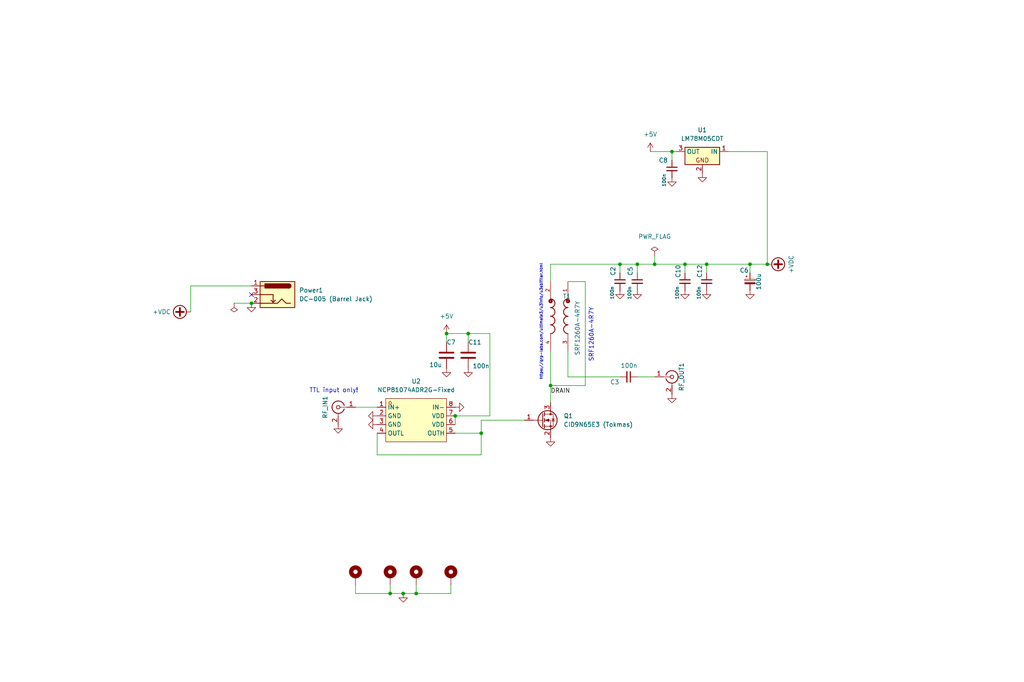
<source format=kicad_sch>
(kicad_sch (version 20250114) (generator "eeschema") (generator_version "9.0")
  (paper "User" 299.999 200)
  (title_block (title "GSD Single-Ended Hack Amp (SMD)") (date "2025-05-15") (rev "v4.01") (company "Author: Dhiru Kholia (VU3CER), Rafał Rozestwiński, Brad (K1TE)"))
  (lib_symbols
    (symbol "Conn_Coaxial_1" (pin_names (offset 1.016) (hide yes))
      (property "Reference" "J" (at 0.254 3.048 0))
      (property "Value" "Conn_Coaxial" (at 2.921 0 90))
      (symbol "Conn_Coaxial_1_0_1"
        (polyline (pts (xy -2.54 0) (xy -0.508 0)))
        (arc (start 1.778 0) (mid 0.222 -1.8079) (end -1.778 -0.508) (stroke (width 0.254)))
        (arc (start -1.778 0.508) (mid 0.2221 1.8084) (end 1.778 0) (stroke (width 0.254)))
        (circle (center 0 0) (radius 0.508) (stroke (width 0.2032)))
        (polyline (pts (xy 0 -2.54) (xy 0 -1.778)))
      )
      (symbol "Conn_Coaxial_1_1_1"
        (pin passive line (at -5.08 0 0) (length 2.54) (name "In") (number "1"))
        (pin passive line (at 0 -5.08 90) (length 2.54) (name "Ext") (number "2"))
      )
    )
    (symbol "Connector:Barrel_Jack_Switch" (pin_names (hide yes))
      (property "Reference" "J" (at 0 5.334 0))
      (property "Value" "Barrel_Jack_Switch" (at 0 -5.08 0))
      (symbol "Barrel_Jack_Switch_0_1"
        (rectangle (start -5.08 3.81) (end 5.08 -3.81) (stroke (width 0.254)) (fill (type background)))
        (polyline (pts (xy -3.81 -2.54) (xy -2.54 -2.54) (xy -1.27 -1.27) (xy 0 -2.54) (xy 2.54 -2.54) (xy 5.08 -2.54)) (stroke (width 0.254)))
        (arc (start -3.302 1.905) (mid -3.9343 2.54) (end -3.302 3.175) (stroke (width 0.254)))
        (arc (start -3.302 1.905) (mid -3.9343 2.54) (end -3.302 3.175) (stroke (width 0.254)) (fill (type outline)))
        (polyline (pts (xy 1.27 -2.286) (xy 1.905 -1.651)) (stroke (width 0.254)))
        (rectangle (start 3.683 3.175) (end -3.302 1.905) (stroke (width 0.254)) (fill (type outline)))
        (polyline (pts (xy 5.08 2.54) (xy 3.81 2.54)) (stroke (width 0.254)))
        (polyline (pts (xy 5.08 0) (xy 1.27 0) (xy 1.27 -2.286) (xy 0.635 -1.651)) (stroke (width 0.254)))
      )
      (symbol "Barrel_Jack_Switch_1_1"
        (pin passive line (at 7.62 2.54 180) (length 2.54) (name "~") (number "1"))
        (pin passive line (at 7.62 0 180) (length 2.54) (name "~") (number "3"))
        (pin passive line (at 7.62 -2.54 180) (length 2.54) (name "~") (number "2"))
      )
    )
    (symbol "Connector:Conn_Coaxial" (pin_names (offset 1.016) (hide yes))
      (property "Reference" "J" (at 0.254 3.048 0))
      (property "Value" "Conn_Coaxial" (at 2.921 0 90))
      (symbol "Conn_Coaxial_0_1"
        (polyline (pts (xy -2.54 0) (xy -0.508 0)))
        (arc (start 1.778 0) (mid 0.222 -1.8079) (end -1.778 -0.508) (stroke (width 0.254)))
        (arc (start -1.778 0.508) (mid 0.2221 1.8084) (end 1.778 0) (stroke (width 0.254)))
        (circle (center 0 0) (radius 0.508) (stroke (width 0.2032)))
        (polyline (pts (xy 0 -2.54) (xy 0 -1.778)))
      )
      (symbol "Conn_Coaxial_1_1"
        (pin passive line (at -5.08 0 0) (length 2.54) (name "In") (number "1"))
        (pin passive line (at 0 -5.08 90) (length 2.54) (name "Ext") (number "2"))
      )
    )
    (symbol "Device:C" (pin_numbers (hide yes)) (pin_names (offset 0.254))
      (property "Reference" "C" (at 0.635 2.54 0))
      (property "Value" "C" (at 0.635 -2.54 0))
      (symbol "C_0_1"
        (polyline (pts (xy -2.032 0.762) (xy 2.032 0.762)) (stroke (width 0.508)))
        (polyline (pts (xy -2.032 -0.762) (xy 2.032 -0.762)) (stroke (width 0.508)))
      )
      (symbol "C_1_1"
        (pin passive line (at 0 3.81 270) (length 2.794) (name "~") (number "1"))
        (pin passive line (at 0 -3.81 90) (length 2.794) (name "~") (number "2"))
      )
    )
    (symbol "Device:C_Polarized_Small" (pin_numbers (hide yes)) (pin_names (offset 0.254) (hide yes))
      (property "Reference" "C" (at 0.254 1.778 0))
      (property "Value" "C_Polarized_Small" (at 0.254 -2.032 0))
      (symbol "C_Polarized_Small_0_1"
        (rectangle (start -1.524 0.6858) (end 1.524 0.3048))
        (rectangle (start -1.524 -0.3048) (end 1.524 -0.6858) (fill (type outline)))
        (polyline (pts (xy -1.27 1.524) (xy -0.762 1.524)))
        (polyline (pts (xy -1.016 1.27) (xy -1.016 1.778)))
      )
      (symbol "C_Polarized_Small_1_1"
        (pin passive line (at 0 2.54 270) (length 1.8542) (name "~") (number "1"))
        (pin passive line (at 0 -2.54 90) (length 1.8542) (name "~") (number "2"))
      )
    )
    (symbol "Device:C_Small" (pin_numbers (hide yes)) (pin_names (offset 0.254) (hide yes))
      (property "Reference" "C" (at 0.254 1.778 0))
      (property "Value" "C_Small" (at 0.254 -2.032 0))
      (symbol "C_Small_0_1"
        (polyline (pts (xy -1.524 0.508) (xy 1.524 0.508)) (stroke (width 0.3048)))
        (polyline (pts (xy -1.524 -0.508) (xy 1.524 -0.508)) (stroke (width 0.3302)))
      )
      (symbol "C_Small_1_1"
        (pin passive line (at 0 2.54 270) (length 2.032) (name "~") (number "1"))
        (pin passive line (at 0 -2.54 90) (length 2.032) (name "~") (number "2"))
      )
    )
    (symbol "Mechanical:MountingHole_Pad" (pin_numbers (hide yes)) (pin_names (offset 1.016) (hide yes))
      (property "Reference" "H" (at 0 6.35 0))
      (property "Value" "MountingHole_Pad" (at 0 4.445 0))
      (symbol "MountingHole_Pad_0_1"
        (circle (center 0 1.27) (radius 1.27) (stroke (width 1.27)))
      )
      (symbol "MountingHole_Pad_1_1"
        (pin input line (at 0 -2.54 90) (length 2.54) (name "1") (number "1"))
      )
    )
    (symbol "PCM_Voltage_Regulator_AKL:LM78M05CDT"
      (property "Reference" "U" (at 0 6.35 0))
      (property "Value" "LM78M05CDT" (at 0 3.81 0))
      (symbol "LM78M05CDT_0_0"
        (rectangle (start -5.08 1.27) (end 5.08 -3.81) (stroke (width 0.254)) (fill (type background)))
        (text "GND" (at 0 -2.54 0) (effects (font (size 1.27 1.27))))
      )
      (symbol "LM78M05CDT_1_1"
        (pin power_in line (at -7.62 0 0) (length 2.54) (name "IN") (number "1"))
        (pin power_in line (at 0 -6.35 90) (length 2.54) (name "~") (number "2"))
        (pin power_out line (at 7.62 0 180) (length 2.54) (name "OUT") (number "3"))
      )
    )
    (symbol "SRF1260A-4R7Y:SRF1260A-4R7Y" (pin_names (offset 1.016))
      (property "Reference" "L" (at -7.631 5.0873 0))
      (property "Value" "SRF1260A-4R7Y" (at -7.6349 -7.6349 0))
      (symbol "SRF1260A-4R7Y_0_0"
        (circle (center -4.445 2.54) (radius 0.127) (stroke (width 0.508)))
        (circle (center -4.445 -2.54) (radius 0.127) (stroke (width 0.508)))
        (arc (start -2.54 2.54) (mid -3.81 1.2755) (end -5.08 2.54) (stroke (width 0.254)))
        (arc (start -5.08 -2.54) (mid -3.81 -1.2755) (end -2.54 -2.54) (stroke (width 0.254)))
        (arc (start 0 2.54) (mid -1.27 1.2755) (end -2.54 2.54) (stroke (width 0.254)))
        (arc (start -2.54 -2.54) (mid -1.27 -1.2755) (end 0 -2.54) (stroke (width 0.254)))
        (arc (start 2.54 2.54) (mid 1.27 1.2755) (end 0 2.54) (stroke (width 0.254)))
        (arc (start 0 -2.54) (mid 1.27 -1.2755) (end 2.54 -2.54) (stroke (width 0.254)))
        (arc (start 5.08 2.54) (mid 3.81 1.2755) (end 2.54 2.54) (stroke (width 0.254)))
        (arc (start 2.54 -2.54) (mid 3.81 -1.2755) (end 5.08 -2.54) (stroke (width 0.254)))
        (pin passive line (at -10.16 2.54 0) (length 5.08) (name "~") (number "1"))
        (pin passive line (at -10.16 -2.54 0) (length 5.08) (name "~") (number "2"))
        (pin passive line (at 10.16 2.54 180) (length 5.08) (name "~") (number "3"))
        (pin passive line (at 10.16 -2.54 180) (length 5.08) (name "~") (number "4"))
      )
    )
    (symbol "Transistor_FET:Q_NMOS_GSD" (pin_names (offset 0) (hide yes))
      (property "Reference" "Q" (at 5.08 1.905 0))
      (property "Value" "Q_NMOS_GSD" (at 5.08 0 0))
      (symbol "Q_NMOS_GSD_0_1"
        (polyline (pts (xy 0.254 1.905) (xy 0.254 -1.905)) (stroke (width 0.254)))
        (polyline (pts (xy 0.254 0) (xy -2.54 0)))
        (polyline (pts (xy 0.762 2.286) (xy 0.762 1.27)) (stroke (width 0.254)))
        (polyline (pts (xy 0.762 0.508) (xy 0.762 -0.508)) (stroke (width 0.254)))
        (polyline (pts (xy 0.762 -1.27) (xy 0.762 -2.286)) (stroke (width 0.254)))
        (polyline (pts (xy 0.762 -1.778) (xy 3.302 -1.778) (xy 3.302 1.778) (xy 0.762 1.778)))
        (polyline (pts (xy 1.016 0) (xy 2.032 0.381) (xy 2.032 -0.381) (xy 1.016 0)) (fill (type outline)))
        (circle (center 1.651 0) (radius 2.794) (stroke (width 0.254)))
        (polyline (pts (xy 2.54 2.54) (xy 2.54 1.778)))
        (circle (center 2.54 1.778) (radius 0.254) (fill (type outline)))
        (circle (center 2.54 -1.778) (radius 0.254) (fill (type outline)))
        (polyline (pts (xy 2.54 -2.54) (xy 2.54 0) (xy 0.762 0)))
        (polyline (pts (xy 2.921 0.381) (xy 3.683 0.381)))
        (polyline (pts (xy 3.302 0.381) (xy 2.921 -0.254) (xy 3.683 -0.254) (xy 3.302 0.381)))
      )
      (symbol "Q_NMOS_GSD_1_1"
        (pin input line (at -5.08 0 0) (length 2.54) (name "G") (number "1"))
        (pin passive line (at 2.54 5.08 270) (length 2.54) (name "D") (number "3"))
        (pin passive line (at 2.54 -5.08 90) (length 2.54) (name "S") (number "2"))
      )
    )
    (symbol "easyeda2kicad:NCP81074ADR2G-Fixed"
      (property "Reference" "U2" (at 0 11.43 0))
      (property "Value" "NCP81074ADR2G-Fixed" (at 0 8.89 0))
      (symbol "NCP81074ADR2G-Fixed_0_1"
        (rectangle (start -8.89 6.35) (end 8.89 -6.35) (fill (type background)))
        (circle (center -7.62 5.08) (radius 0.38))
      )
      (symbol "NCP81074ADR2G-Fixed_1_1"
        (pin input line (at -11.43 3.81 0) (length 2.54) (name "IN+") (number "1"))
        (pin power_in line (at -11.43 1.27 0) (length 2.54) (name "GND") (number "2"))
        (pin power_in line (at -11.43 -1.27 0) (length 2.54) (name "GND") (number "3"))
        (pin passive line (at -11.43 -3.81 0) (length 2.54) (name "OUTL") (number "4"))
        (pin passive line (at 11.43 3.81 180) (length 2.54) (name "IN-") (number "8"))
        (pin power_in line (at 11.43 1.27 180) (length 2.54) (name "VDD") (number "7"))
        (pin power_in line (at 11.43 -1.27 180) (length 2.54) (name "VDD") (number "6"))
        (pin output line (at 11.43 -3.81 180) (length 2.54) (name "OUTH") (number "5"))
      )
    )
    (symbol "power:+5V" (power) (pin_numbers (hide yes)) (pin_names (offset 0) (hide yes))
      (property "Value" "+5V" (at 0 3.556 0))
      (symbol "+5V_0_1"
        (polyline (pts (xy -0.762 1.27) (xy 0 2.54)))
        (polyline (pts (xy 0 2.54) (xy 0.762 1.27)))
        (polyline (pts (xy 0 0) (xy 0 2.54)))
      )
      (symbol "+5V_1_1"
        (pin power_in line (at 0 0 90) (length 0) (name "~") (number "1"))
      )
    )
    (symbol "power:+VDC" (power) (pin_numbers (hide yes)) (pin_names (offset 0) (hide yes))
      (property "Value" "+VDC" (at 0 6.35 0))
      (symbol "+VDC_0_1"
        (polyline (pts (xy -1.143 3.175) (xy 1.143 3.175)) (stroke (width 0.508)))
        (circle (center 0 3.175) (radius 1.905) (stroke (width 0.254)))
        (polyline (pts (xy 0 2.032) (xy 0 4.318)) (stroke (width 0.508)))
        (polyline (pts (xy 0 0) (xy 0 1.27)))
      )
      (symbol "+VDC_1_1"
        (pin power_in line (at 0 0 90) (length 0) (name "~") (number "1"))
      )
    )
    (symbol "power:GND" (power) (pin_numbers (hide yes)) (pin_names (offset 0) (hide yes))
      (property "Value" "GND" (at 0 -3.81 0))
      (symbol "GND_0_1"
        (polyline (pts (xy 0 0) (xy 0 -1.27) (xy 1.27 -1.27) (xy 0 -2.54) (xy -1.27 -1.27) (xy 0 -1.27)))
      )
      (symbol "GND_1_1"
        (pin power_in line (at 0 0 270) (length 0) (name "~") (number "1"))
      )
    )
    (symbol "power:PWR_FLAG" (power) (pin_numbers (hide yes)) (pin_names (offset 0) (hide yes))
      (property "Value" "PWR_FLAG" (at 0 3.81 0))
      (symbol "PWR_FLAG_0_0"
        (pin power_out line (at 0 0 90) (length 0) (name "~") (number "1"))
      )
      (symbol "PWR_FLAG_0_1"
        (polyline (pts (xy 0 0) (xy 0 1.27) (xy -1.016 1.905) (xy 0 2.54) (xy 1.016 1.905) (xy 0 1.27)))
      )
    )
  )
  (text "https://qrp-labs.com/ultimate3/u3info/u3sbifilar.html" (at 159.004 111.506 90) (effects (font (size 0.8 0.8)) (justify left bottom)))
  (text "SRF1260A-4R7Y" (at 173.99 106.172 90) (effects (font (size 1.27 1.27)) (justify left bottom)))
  (text "TTL input only!" (at 97.79 114.554 0) (effects (font (size 1.27 1.27))))
  (junction (at 137.16 97.79))
  (junction (at 200.66 77.47))
  (junction (at 73.66 88.9))
  (junction (at 140.97 127))
  (junction (at 133.35 121.92))
  (junction (at 186.69 77.47))
  (junction (at 114.3 173.99))
  (junction (at 121.92 173.99))
  (junction (at 181.61 77.47))
  (junction (at 161.29 113.03))
  (junction (at 219.71 77.47))
  (junction (at 118.11 173.99))
  (junction (at 191.77 77.47))
  (junction (at 207.01 77.47))
  (junction (at 196.85 44.45))
  (junction (at 130.81 97.79))
  (junction (at 224.79 77.47))
  (no_connect (at 73.66 86.36))
  (wire (pts (xy 186.69 77.47) (xy 191.77 77.47)))
  (wire (pts (xy 132.08 173.99) (xy 132.08 171.45)))
  (wire (pts (xy 130.81 97.79) (xy 137.16 97.79)))
  (wire (pts (xy 137.16 97.79) (xy 137.16 100.33)))
  (wire (pts (xy 166.37 102.87) (xy 166.37 110.49)))
  (wire (pts (xy 181.61 77.47) (xy 186.69 77.47)))
  (wire (pts (xy 55.88 83.82) (xy 55.88 91.44)))
  (wire (pts (xy 140.97 123.19) (xy 140.97 127)))
  (wire (pts (xy 224.79 44.45) (xy 224.79 77.47)))
  (wire (pts (xy 130.81 97.79) (xy 130.81 100.33)))
  (wire (pts (xy 55.88 83.82) (xy 73.66 83.82)))
  (wire (pts (xy 186.69 110.49) (xy 191.77 110.49)))
  (wire (pts (xy 200.66 77.47) (xy 200.66 80.01)))
  (wire (pts (xy 133.35 127) (xy 140.97 127)))
  (wire (pts (xy 110.49 127) (xy 110.49 133.35)))
  (wire (pts (xy 104.14 119.38) (xy 110.49 119.38)))
  (wire (pts (xy 104.14 173.99) (xy 114.3 173.99)))
  (wire (pts (xy 219.71 77.47) (xy 219.71 80.01)))
  (wire (pts (xy 191.77 77.47) (xy 200.66 77.47)))
  (wire (pts (xy 186.69 77.47) (xy 186.69 80.01)))
  (wire (pts (xy 166.37 110.49) (xy 181.61 110.49)))
  (wire (pts (xy 140.97 127) (xy 140.97 133.35)))
  (wire (pts (xy 114.3 171.45) (xy 114.3 173.99)))
  (wire (pts (xy 207.01 77.47) (xy 219.71 77.47)))
  (wire (pts (xy 166.37 82.55) (xy 171.45 82.55)))
  (wire (pts (xy 196.85 44.45) (xy 198.12 44.45)))
  (wire (pts (xy 161.29 102.87) (xy 161.29 113.03)))
  (wire (pts (xy 104.14 171.45) (xy 104.14 173.99)))
  (wire (pts (xy 143.51 97.79) (xy 143.51 121.92)))
  (wire (pts (xy 140.97 123.19) (xy 153.67 123.19)))
  (wire (pts (xy 161.29 113.03) (xy 171.45 113.03)))
  (wire (pts (xy 143.51 121.92) (xy 133.35 121.92)))
  (wire (pts (xy 207.01 77.47) (xy 207.01 80.01)))
  (wire (pts (xy 161.29 113.03) (xy 161.29 118.11)))
  (wire (pts (xy 68.58 88.9) (xy 73.66 88.9)))
  (wire (pts (xy 196.85 44.45) (xy 196.85 46.99)))
  (wire (pts (xy 110.49 133.35) (xy 140.97 133.35)))
  (wire (pts (xy 118.11 173.99) (xy 121.92 173.99)))
  (wire (pts (xy 121.92 173.99) (xy 132.08 173.99)))
  (wire (pts (xy 191.77 74.93) (xy 191.77 77.47)))
  (wire (pts (xy 161.29 77.47) (xy 181.61 77.47)))
  (wire (pts (xy 181.61 77.47) (xy 181.61 80.01)))
  (wire (pts (xy 219.71 77.47) (xy 224.79 77.47)))
  (wire (pts (xy 114.3 173.99) (xy 118.11 173.99)))
  (wire (pts (xy 133.35 121.92) (xy 133.35 124.46)))
  (wire (pts (xy 200.66 77.47) (xy 207.01 77.47)))
  (wire (pts (xy 161.29 82.55) (xy 161.29 77.47)))
  (wire (pts (xy 190.5 44.45) (xy 196.85 44.45)))
  (wire (pts (xy 171.45 82.55) (xy 171.45 113.03)))
  (wire (pts (xy 213.36 44.45) (xy 224.79 44.45)))
  (wire (pts (xy 137.16 97.79) (xy 143.51 97.79)))
  (wire (pts (xy 121.92 171.45) (xy 121.92 173.99)))
  (label "DRAIN" (at 161.29 115.57 0))
  (symbol (lib_id "power:+VDC") (at 55.88 91.44 90) (unit 1)
    (property "Reference" "#PWR0110" (effects (hide yes)))
    (property "Value" "+VDC" (at 50.0634 91.44 90) (effects (justify left)))
    (property "Description" "Power symbol creates a global label with name \"+VDC\"" (effects (hide yes)))
  )
  (symbol (lib_id "power:GND") (at 186.69 85.09 0) (unit 1)
    (property "Reference" "#PWR012" (effects (hide yes)))
    (property "Value" "GND" (effects (hide yes)))
  )
  (symbol (lib_id "power:GND") (at 99.06 124.46 0) (unit 1)
    (property "Reference" "#PWR021" (effects (hide yes)))
    (property "Value" "GND" (effects (hide yes)))
    (property "Description" "Power symbol creates a global label with name \"GND\" , ground" (effects (hide yes)))
  )
  (symbol (lib_id "power:GND") (at 181.61 85.09 0) (unit 1)
    (property "Reference" "#PWR05" (effects (hide yes)))
    (property "Value" "GND" (effects (hide yes)))
  )
  (symbol (lib_id "power:+VDC") (at 224.79 77.47 270) (unit 1)
    (property "Reference" "#PWR018" (effects (hide yes)))
    (property "Value" "+VDC" (at 231.775 77.47 0))
    (property "Description" "Power symbol creates a global label with name \"+VDC\"" (effects (hide yes)))
  )
  (symbol (lib_id "Device:C_Small") (at 181.61 82.55 0) (unit 1)
    (property "Reference" "C2" (at 179.578 79.502 90))
    (property "Value" "100n" (at 179.324 85.852 90) (effects (font (size 0.9906 0.9906))))
    (property "Footprint" "Capacitor_SMD:C_1206_3216Metric_Pad1.33x1.80mm_HandSolder" (effects (hide yes)))
    (property "LCSC Part" "C24783" (effects (hide yes)))
  )
  (symbol (lib_id "power:GND") (at 207.01 85.09 0) (unit 1)
    (property "Reference" "#PWR017" (effects (hide yes)))
    (property "Value" "GND" (effects (hide yes)))
  )
  (symbol (lib_id "power:GND") (at 196.85 52.07 0) (unit 1)
    (property "Reference" "#PWR07" (effects (hide yes)))
    (property "Value" "GND" (effects (hide yes)))
    (property "Description" "Power symbol creates a global label with name \"GND\" , ground" (effects (hide yes)))
  )
  (symbol (lib_id "Transistor_FET:Q_NMOS_GSD") (at 158.75 123.19 0) (unit 1)
    (property "Reference" "Q1" (at 165.1 121.9199 0) (effects (justify left)))
    (property "Value" "CID9N65E3 (Tokmas)" (at 165.1 124.4599 0) (effects (justify left)))
    (property "Footprint" "footprints:TO-252-2_L6.6-W6.1-P4.57-LS9.9-BR-CW" (effects (hide yes)))
    (property "Description" "N-MOSFET transistor, gate/source/drain" (effects (hide yes)))
  )
  (symbol (lib_id "power:GND") (at 196.85 115.57 0) (mirror y) (unit 1)
    (property "Reference" "#PWR04" (effects (hide yes)))
    (property "Value" "GND" (effects (hide yes)))
    (property "Description" "Power symbol creates a global label with name \"GND\" , ground" (effects (hide yes)))
  )
  (symbol (lib_id "PCM_Voltage_Regulator_AKL:LM78M05CDT") (at 205.74 44.45 0) (mirror y) (unit 1)
    (property "Reference" "U1" (at 205.74 38.1 0))
    (property "Value" "LM78M05CDT" (at 205.74 40.64 0))
    (property "Footprint" "PCM_Package_TO_SOT_SMD_AKL:TO-252-2" (effects (hide yes)))
    (property "Datasheet" "https://www.ti.com/lit/ds/symlink/lm78m.pdf?ts=1680706716091&ref_url=https%253A%252F%252Fwww.ti.com%252Fproduct%252FLM78M%253FkeyMatch%253DLM78M%2526tisearch%253Dsearch-everything%2526usecase%253DGPN" (effects (hide yes)))
    (property "Description" "TO-252 5V 0.5A 3-terminal voltage regulator, Alternate KiCad Library" (effects (hide yes)))
  )
  (symbol (lib_id "power:GND") (at 73.66 88.9 0) (unit 1)
    (property "Reference" "#PWR019" (effects (hide yes)))
    (property "Value" "GND" (effects (hide yes)))
    (property "Description" "Power symbol creates a global label with name \"GND\" , ground" (effects (hide yes)))
  )
  (symbol (lib_name "Conn_Coaxial_1") (lib_id "Connector:Conn_Coaxial") (at 196.85 110.49 0) (unit 1)
    (property "Reference" "RF_OUT1" (at 199.644 110.49 90))
    (property "Value" "SMA" (effects (hide yes)))
    (property "Footprint" "Connector_Coaxial:SMA_Samtec_SMA-J-P-H-ST-EM1_EdgeMount" (effects (hide yes)))
    (property "Description" "coaxial connector (BNC, SMA, SMB, SMC, Cinch/RCA, LEMO, ...)" (effects (hide yes)))
  )
  (symbol (lib_id "Device:C") (at 137.16 104.14 0) (unit 1)
    (property "Reference" "C11" (at 137.16 100.33 0) (effects (justify left)))
    (property "Value" "100n" (at 138.43 107.315 0) (effects (justify left)))
    (property "Footprint" "Capacitor_SMD:C_1206_3216Metric_Pad1.33x1.80mm_HandSolder" (effects (hide yes)))
    (property "LCSC Part" "C13585" (effects (hide yes)))
  )
  (symbol (lib_id "power:GND") (at 110.49 121.92 270) (unit 1)
    (property "Reference" "#PWR08" (effects (hide yes)))
    (property "Value" "GND" (effects (hide yes)))
    (property "Description" "Power symbol creates a global label with name \"GND\" , ground" (effects (hide yes)))
  )
  (symbol (lib_id "power:GND") (at 133.35 119.38 90) (unit 1)
    (property "Reference" "#PWR010" (effects (hide yes)))
    (property "Value" "GND" (effects (hide yes)))
    (property "Description" "Power symbol creates a global label with name \"GND\" , ground" (effects (hide yes)))
  )
  (symbol (lib_id "Connector:Conn_Coaxial") (at 99.06 119.38 0) (mirror y) (unit 1)
    (property "Reference" "RF_IN1" (at 95.25 119.38 90))
    (property "Value" "SMA" (effects (hide yes)))
    (property "Footprint" "Connector_Coaxial:SMA_Samtec_SMA-J-P-H-ST-EM1_EdgeMount" (effects (hide yes)))
    (property "Description" "coaxial connector (BNC, SMA, SMB, SMC, Cinch/RCA, LEMO, ...)" (effects (hide yes)))
  )
  (symbol (lib_id "power:GND") (at 130.81 107.95 0) (unit 1)
    (property "Reference" "#PWR020" (effects (hide yes)))
    (property "Value" "GND" (effects (hide yes)))
    (property "Description" "Power symbol creates a global label with name \"GND\" , ground" (effects (hide yes)))
  )
  (symbol (lib_id "Mechanical:MountingHole_Pad") (at 121.92 168.91 0) (unit 1)
    (property "Reference" "H3" (effects (hide yes)))
    (property "Value" "MountingHole_Pad" (effects (hide yes)))
    (property "Footprint" "MountingHole:MountingHole_3.2mm_M3_Pad_Via" (effects (hide yes)))
  )
  (symbol (lib_id "Device:C_Polarized_Small") (at 219.71 82.55 0) (unit 1)
    (property "Reference" "C6" (at 216.662 79.248 0) (effects (justify left)))
    (property "Value" "100u" (at 222.25 85.09 90) (effects (justify left)))
    (property "Footprint" "Capacitor_THT:CP_Radial_D8.0mm_P5.00mm" (effects (hide yes)))
  )
  (symbol (lib_id "Mechanical:MountingHole_Pad") (at 114.3 168.91 0) (unit 1)
    (property "Reference" "H2" (effects (hide yes)))
    (property "Value" "MountingHole_Pad" (effects (hide yes)))
    (property "Footprint" "MountingHole:MountingHole_3.2mm_M3_Pad_Via" (effects (hide yes)))
  )
  (symbol (lib_id "power:PWR_FLAG") (at 191.77 74.93 0) (unit 1)
    (property "Reference" "#FLG01" (effects (hide yes)))
    (property "Value" "PWR_FLAG" (at 191.77 69.342 0))
  )
  (symbol (lib_id "Device:C_Small") (at 184.15 110.49 270) (unit 1)
    (property "Reference" "C3" (at 180.086 112.014 90))
    (property "Value" "100n" (at 184.277 107.188 90))
    (property "Footprint" "Capacitor_SMD:C_1206_3216Metric_Pad1.33x1.80mm_HandSolder" (effects (hide yes)))
    (property "LCSC Part" "C110255" (effects (hide yes)))
  )
  (symbol (lib_id "power:GND") (at 137.16 107.95 0) (unit 1)
    (property "Reference" "#PWR022" (effects (hide yes)))
    (property "Value" "GND" (effects (hide yes)))
    (property "Description" "Power symbol creates a global label with name \"GND\" , ground" (effects (hide yes)))
  )
  (symbol (lib_id "power:GND") (at 200.66 85.09 0) (unit 1)
    (property "Reference" "#PWR014" (effects (hide yes)))
    (property "Value" "GND" (effects (hide yes)))
  )
  (symbol (lib_id "SRF1260A-4R7Y:SRF1260A-4R7Y") (at 163.83 92.71 270) (unit 1)
    (property "Reference" "T1" (at 164.846 86.868 90) (effects (justify left)))
    (property "Value" "SRF1260A-4R7Y" (at 169.164 88.138 0) (effects (justify left)))
    (property "Footprint" "footprints:IND_SRF1260A-4R7Y-Longer-Pads" (effects (hide yes)))
    (property "MF" "Bourns" (effects (hide yes)))
    (property "MOUSER-PURCHASE-URL" "https://snapeda.com/shop?store=Mouser&id=1533338" (effects (hide yes)))
    (property "DESCRIPTION" "Shielded 2 Coil Inductor Array 27.2µH Inductance - Connected in Series 6.8µH Inductance - Connected in Parallel 18.6mOhm Max DC Resistance (DCR) - Parallel 6.64A Nonstandard" (effects (hide yes)))
    (property "PACKAGE" "Nonstandard Bourns" (effects (hide yes)))
    (property "PRICE" "None" (effects (hide yes)))
    (property "MP" "SRF1260A-6R8Y" (effects (hide yes)))
    (property "AVAILABILITY" "Warning" (effects (hide yes)))
    (property "LCSC Part" "C3273481" (effects (hide yes)))
  )
  (symbol (lib_id "power:GND") (at 118.11 173.99 0) (unit 1)
    (property "Reference" "#PWR01" (effects (hide yes)))
    (property "Value" "GND" (effects (hide yes)))
    (property "Description" "Power symbol creates a global label with name \"GND\" , ground" (effects (hide yes)))
  )
  (symbol (lib_id "power:PWR_FLAG") (at 68.58 88.9 180) (unit 1)
    (property "Reference" "#FLG03" (effects (hide yes)))
    (property "Value" "PWR_FLAG" (effects (hide yes)))
    (property "Description" "Special symbol for telling ERC where power comes from" (effects (hide yes)))
  )
  (symbol (lib_id "power:+5V") (at 130.81 97.79 0) (unit 1)
    (property "Reference" "#PWR03" (effects (hide yes)))
    (property "Value" "+5V" (at 130.81 92.71 0))
    (property "Description" "Power symbol creates a global label with name \"+5V\"" (effects (hide yes)))
  )
  (symbol (lib_id "power:GND") (at 161.29 128.27 0) (unit 1)
    (property "Reference" "#PWR015" (effects (hide yes)))
    (property "Value" "GND" (effects (hide yes)))
    (property "Description" "Power symbol creates a global label with name \"GND\" , ground" (effects (hide yes)))
  )
  (symbol (lib_id "power:GND") (at 219.71 85.09 0) (unit 1)
    (property "Reference" "#PWR013" (effects (hide yes)))
    (property "Value" "GND" (effects (hide yes)))
  )
  (symbol (lib_id "easyeda2kicad:NCP81074ADR2G-Fixed") (at 121.92 123.19 0) (unit 1)
    (property "Reference" "U2" (at 121.92 111.76 0))
    (property "Value" "NCP81074ADR2G-Fixed" (at 121.92 114.3 0))
    (property "Footprint" "Package_SO:SOIC-8_3.9x4.9mm_P1.27mm" (effects (hide yes)))
    (property "LCSC Part" "C603800" (effects (hide yes)))
  )
  (symbol (lib_id "Device:C") (at 130.81 104.14 0) (unit 1)
    (property "Reference" "C7" (at 130.81 100.33 0) (effects (justify left)))
    (property "Value" "10u" (at 125.73 106.934 0) (effects (justify left)))
    (property "Footprint" "Capacitor_SMD:C_1206_3216Metric_Pad1.33x1.80mm_HandSolder" (effects (hide yes)))
    (property "LCSC Part" "C110255" (effects (hide yes)))
  )
  (symbol (lib_id "Mechanical:MountingHole_Pad") (at 132.08 168.91 0) (mirror y) (unit 1)
    (property "Reference" "H4" (effects (hide yes)))
    (property "Value" "MountingHole_Pad" (effects (hide yes)))
    (property "Footprint" "MountingHole:MountingHole_3.2mm_M3_Pad_Via" (effects (hide yes)))
  )
  (symbol (lib_id "Connector:Barrel_Jack_Switch") (at 81.28 86.36 0) (mirror y) (unit 1)
    (property "Reference" "Power1" (at 87.63 85.0899 0) (effects (justify right)))
    (property "Value" "DC-005 (Barrel Jack)" (at 87.63 87.6299 0) (effects (justify right)))
    (property "Footprint" "footprints:XKB_DC-005-5A-2.0_Modded" (effects (hide yes)))
  )
  (symbol (lib_id "power:GND") (at 205.74 50.8 0) (unit 1)
    (property "Reference" "#PWR06" (effects (hide yes)))
    (property "Value" "GND" (effects (hide yes)))
    (property "Description" "Power symbol creates a global label with name \"GND\" , ground" (effects (hide yes)))
  )
  (symbol (lib_id "Device:C_Small") (at 196.85 49.53 0) (unit 1)
    (property "Reference" "C8" (at 194.31 46.99 0))
    (property "Value" "100n" (at 194.564 52.832 90) (effects (font (size 0.9906 0.9906))))
    (property "Footprint" "Capacitor_SMD:C_1206_3216Metric_Pad1.33x1.80mm_HandSolder" (effects (hide yes)))
    (property "LCSC Part" "C110255" (effects (hide yes)))
  )
  (symbol (lib_id "Device:C_Small") (at 186.69 82.55 0) (unit 1)
    (property "Reference" "C5" (at 184.658 79.502 90))
    (property "Value" "100n" (at 184.404 85.852 90) (effects (font (size 0.9906 0.9906))))
    (property "Footprint" "Capacitor_SMD:C_1206_3216Metric_Pad1.33x1.80mm_HandSolder" (effects (hide yes)))
    (property "LCSC Part" "C55077" (effects (hide yes)))
  )
  (symbol (lib_id "power:+5V") (at 190.5 44.45 0) (unit 1)
    (property "Reference" "#PWR02" (effects (hide yes)))
    (property "Value" "+5V" (at 190.5 39.37 0))
    (property "Description" "Power symbol creates a global label with name \"+5V\"" (effects (hide yes)))
  )
  (symbol (lib_id "Device:C_Small") (at 207.01 82.55 0) (unit 1)
    (property "Reference" "C12" (at 204.978 79.502 90))
    (property "Value" "100n" (at 204.724 85.852 90) (effects (font (size 0.9906 0.9906))))
    (property "Footprint" "Capacitor_SMD:C_1206_3216Metric_Pad1.33x1.80mm_HandSolder" (effects (hide yes)))
    (property "LCSC Part" "C55077" (effects (hide yes)))
  )
  (symbol (lib_id "Mechanical:MountingHole_Pad") (at 104.14 168.91 0) (unit 1)
    (property "Reference" "H1" (effects (hide yes)))
    (property "Value" "MountingHole_Pad" (effects (hide yes)))
    (property "Footprint" "MountingHole:MountingHole_3.2mm_M3_Pad_Via" (effects (hide yes)))
  )
  (symbol (lib_id "Device:C_Small") (at 200.66 82.55 0) (unit 1)
    (property "Reference" "C10" (at 198.628 79.502 90))
    (property "Value" "100n" (at 198.374 85.852 90) (effects (font (size 0.9906 0.9906))))
    (property "Footprint" "Capacitor_SMD:C_1206_3216Metric_Pad1.33x1.80mm_HandSolder" (effects (hide yes)))
    (property "LCSC Part" "C24783" (effects (hide yes)))
  )
  (symbol (lib_id "power:GND") (at 110.49 124.46 270) (unit 1)
    (property "Reference" "#PWR09" (effects (hide yes)))
    (property "Value" "GND" (effects (hide yes)))
    (property "Description" "Power symbol creates a global label with name \"GND\" , ground" (effects (hide yes)))
  )
)
</source>
